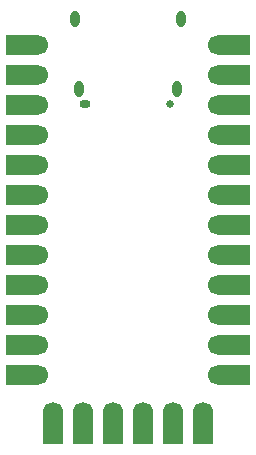
<source format=gbr>
%TF.GenerationSoftware,KiCad,Pcbnew,(5.1.8)-1*%
%TF.CreationDate,2020-12-06T20:58:49+07:00*%
%TF.ProjectId,ArduinoMicroC,41726475-696e-46f4-9d69-63726f432e6b,rev?*%
%TF.SameCoordinates,Original*%
%TF.FileFunction,Soldermask,Bot*%
%TF.FilePolarity,Negative*%
%FSLAX46Y46*%
G04 Gerber Fmt 4.6, Leading zero omitted, Abs format (unit mm)*
G04 Created by KiCad (PCBNEW (5.1.8)-1) date 2020-12-06 20:58:49*
%MOMM*%
%LPD*%
G01*
G04 APERTURE LIST*
%ADD10R,2.700000X1.700000*%
%ADD11C,1.700000*%
%ADD12R,1.700000X2.700000*%
%ADD13C,0.650000*%
%ADD14O,0.950000X0.650000*%
%ADD15O,0.800000X1.400000*%
G04 APERTURE END LIST*
D10*
%TO.C,J4*%
X150257500Y-104648000D03*
X150257500Y-102108000D03*
X150257500Y-97028000D03*
X150257500Y-94488000D03*
X150257500Y-91948000D03*
X150257500Y-89408000D03*
X150257500Y-86868000D03*
X150257500Y-99568000D03*
X150257500Y-84328000D03*
X150257500Y-81788000D03*
X150257500Y-79248000D03*
X150257500Y-76708000D03*
D11*
X148907500Y-76708000D03*
X148907500Y-79248000D03*
X148907500Y-81788000D03*
X148907500Y-84328000D03*
X148907500Y-86868000D03*
X148907500Y-89408000D03*
X148907500Y-91948000D03*
X148907500Y-94488000D03*
X148907500Y-97028000D03*
X148907500Y-99568000D03*
X148907500Y-102108000D03*
X148907500Y-104648000D03*
%TD*%
D12*
%TO.C,J3*%
X140030200Y-109122200D03*
X142570200Y-109122200D03*
X145110200Y-109122200D03*
X147650200Y-109122200D03*
X137490200Y-109122200D03*
X134950200Y-109122200D03*
D11*
X147650200Y-107772200D03*
X145110200Y-107772200D03*
X142570200Y-107772200D03*
X140030200Y-107772200D03*
X137490200Y-107772200D03*
X134950200Y-107772200D03*
%TD*%
D10*
%TO.C,J2*%
X132317500Y-76708000D03*
X132317500Y-79248000D03*
X132317500Y-84328000D03*
X132317500Y-86868000D03*
X132317500Y-89408000D03*
X132317500Y-91948000D03*
X132317500Y-94488000D03*
X132317500Y-81788000D03*
X132317500Y-97028000D03*
X132317500Y-99568000D03*
X132317500Y-102108000D03*
X132317500Y-104648000D03*
D11*
X133667500Y-104648000D03*
X133667500Y-102108000D03*
X133667500Y-99568000D03*
X133667500Y-97028000D03*
X133667500Y-94488000D03*
X133667500Y-91948000D03*
X133667500Y-89408000D03*
X133667500Y-86868000D03*
X133667500Y-84328000D03*
X133667500Y-81788000D03*
X133667500Y-79248000D03*
X133667500Y-76708000D03*
%TD*%
D13*
%TO.C,J1*%
X144874800Y-81677600D03*
D14*
X137674800Y-81677600D03*
D15*
X145764800Y-74477600D03*
X136784800Y-74477600D03*
X137144800Y-80427600D03*
X145404800Y-80427600D03*
%TD*%
M02*

</source>
